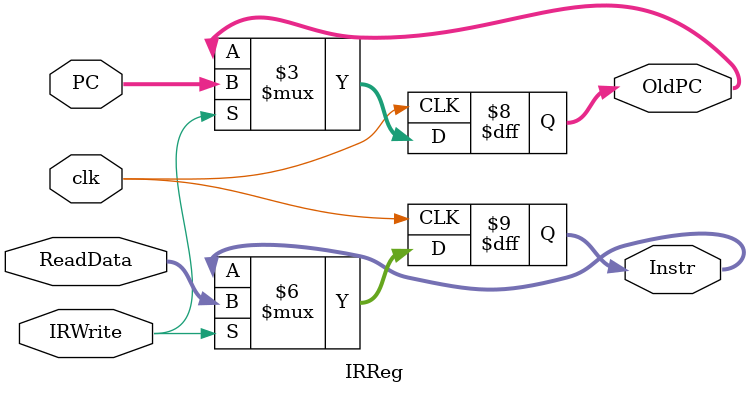
<source format=v>
module IRReg( PC , ReadData ,clk , IRWrite ,OldPC , Instr);
	input[31:0] PC , ReadData;
    input clk , IRWrite;
    output reg [31:0] OldPC , Instr;
	always @(posedge clk) begin
		if(IRWrite) begin
			Instr = ReadData;
			OldPC = PC;
		end
    end
endmodule
</source>
